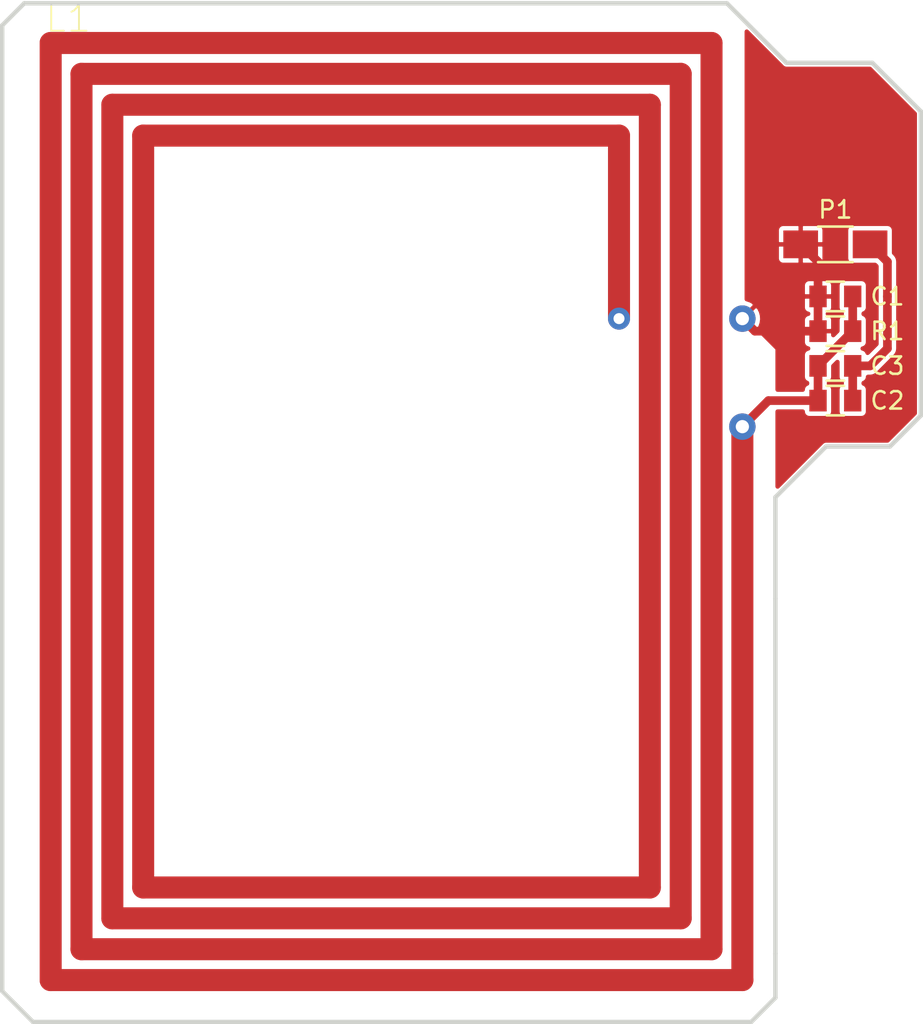
<source format=kicad_pcb>
(kicad_pcb (version 20160815) (host pcbnew no-vcs-found-undefined)

  (general
    (links 9)
    (no_connects 0)
    (area 108.838999 -88.011001 162.052001 -29.082999)
    (thickness 1.6)
    (drawings 18)
    (tracks 34)
    (zones 0)
    (modules 6)
    (nets 4)
  )

  (page A4)
  (layers
    (0 F.Cu signal)
    (31 B.Cu signal)
    (32 B.Adhes user)
    (33 F.Adhes user)
    (34 B.Paste user)
    (35 F.Paste user)
    (36 B.SilkS user)
    (37 F.SilkS user)
    (38 B.Mask user)
    (39 F.Mask user)
    (40 Dwgs.User user)
    (41 Cmts.User user)
    (42 Eco1.User user)
    (43 Eco2.User user)
    (44 Edge.Cuts user)
    (45 Margin user)
    (46 B.CrtYd user)
    (47 F.CrtYd user)
    (48 B.Fab user)
    (49 F.Fab user hide)
  )

  (setup
    (last_trace_width 0.5)
    (trace_clearance 0.254)
    (zone_clearance 0.09144)
    (zone_45_only no)
    (trace_min 0.5)
    (segment_width 0.2)
    (edge_width 0.2)
    (via_size 0.889)
    (via_drill 0.635)
    (via_min_size 0.889)
    (via_min_drill 0.508)
    (uvia_size 0.508)
    (uvia_drill 0.127)
    (uvias_allowed no)
    (uvia_min_size 0.508)
    (uvia_min_drill 0.127)
    (pcb_text_width 0.3)
    (pcb_text_size 1.5 1.5)
    (mod_edge_width 0.15)
    (mod_text_size 1 1)
    (mod_text_width 0.15)
    (pad_size 1.5 1.5)
    (pad_drill 0.6)
    (pad_to_mask_clearance 0)
    (aux_axis_origin 0 0)
    (visible_elements 7FFFFF7F)
    (pcbplotparams
      (layerselection 0x00030_ffffffff)
      (usegerberextensions false)
      (excludeedgelayer true)
      (linewidth 0.100000)
      (plotframeref false)
      (viasonmask false)
      (mode 1)
      (useauxorigin false)
      (hpglpennumber 1)
      (hpglpenspeed 20)
      (hpglpendiameter 15)
      (psnegative false)
      (psa4output false)
      (plotreference true)
      (plotvalue true)
      (plotinvisibletext false)
      (padsonsilk false)
      (subtractmaskfromsilk false)
      (outputformat 1)
      (mirror false)
      (drillshape 0)
      (scaleselection 1)
      (outputdirectory GerberOutput/))
  )

  (net 0 "")
  (net 1 "Net-(C1-Pad2)")
  (net 2 "Net-(C1-Pad1)")
  (net 3 "Net-(C2-Pad2)")

  (net_class Default "This is the default net class."
    (clearance 0.254)
    (trace_width 0.5)
    (via_dia 0.889)
    (via_drill 0.635)
    (uvia_dia 0.508)
    (uvia_drill 0.127)
    (diff_pair_gap 0.25)
    (diff_pair_width 0.51)
    (add_net "Net-(C1-Pad1)")
    (add_net "Net-(C1-Pad2)")
    (add_net "Net-(C2-Pad2)")
  )

  (module Capacitors_SMD:C_0805 (layer F.Cu) (tedit 58149314) (tstamp 58149250)
    (at 157 -71)
    (descr "Capacitor SMD 0805, reflow soldering, AVX (see smccp.pdf)")
    (tags "capacitor 0805")
    (path /58148DA9)
    (attr smd)
    (fp_text reference C1 (at 3 0) (layer F.SilkS)
      (effects (font (size 1 1) (thickness 0.15)))
    )
    (fp_text value 47p (at 0 2.1) (layer F.Fab)
      (effects (font (size 1 1) (thickness 0.15)))
    )
    (fp_line (start -0.5 0.85) (end 0.5 0.85) (layer F.SilkS) (width 0.15))
    (fp_line (start 0.5 -0.85) (end -0.5 -0.85) (layer F.SilkS) (width 0.15))
    (fp_line (start 1.8 -1) (end 1.8 1) (layer F.CrtYd) (width 0.05))
    (fp_line (start -1.8 -1) (end -1.8 1) (layer F.CrtYd) (width 0.05))
    (fp_line (start -1.8 1) (end 1.8 1) (layer F.CrtYd) (width 0.05))
    (fp_line (start -1.8 -1) (end 1.8 -1) (layer F.CrtYd) (width 0.05))
    (fp_line (start -1 -0.625) (end 1 -0.625) (layer F.Fab) (width 0.15))
    (fp_line (start 1 -0.625) (end 1 0.625) (layer F.Fab) (width 0.15))
    (fp_line (start 1 0.625) (end -1 0.625) (layer F.Fab) (width 0.15))
    (fp_line (start -1 0.625) (end -1 -0.625) (layer F.Fab) (width 0.15))
    (pad 2 smd rect (at 1 0) (size 1 1.25) (layers F.Cu F.Paste F.Mask)
      (net 1 "Net-(C1-Pad2)"))
    (pad 1 smd rect (at -1 0) (size 1 1.25) (layers F.Cu F.Paste F.Mask)
      (net 2 "Net-(C1-Pad1)"))
    (model Capacitors_SMD.3dshapes/C_0805.wrl
      (at (xyz 0 0 0))
      (scale (xyz 1 1 1))
      (rotate (xyz 0 0 0))
    )
  )

  (module Capacitors_SMD:C_1206_HandSoldering (layer F.Cu) (tedit 58149317) (tstamp 581491A8)
    (at 157 -74 180)
    (descr "Capacitor SMD 1206, hand soldering")
    (tags "capacitor 1206")
    (path /581495C2)
    (attr smd)
    (fp_text reference P1 (at 0 2 180) (layer F.SilkS)
      (effects (font (size 1 1) (thickness 0.15)))
    )
    (fp_text value Coax (at 0 2.3 180) (layer F.Fab)
      (effects (font (size 1 1) (thickness 0.15)))
    )
    (fp_line (start -1 1.025) (end 1 1.025) (layer F.SilkS) (width 0.15))
    (fp_line (start 1 -1.025) (end -1 -1.025) (layer F.SilkS) (width 0.15))
    (fp_line (start 3.3 -1.15) (end 3.3 1.15) (layer F.CrtYd) (width 0.05))
    (fp_line (start -3.3 -1.15) (end -3.3 1.15) (layer F.CrtYd) (width 0.05))
    (fp_line (start -3.3 1.15) (end 3.3 1.15) (layer F.CrtYd) (width 0.05))
    (fp_line (start -3.3 -1.15) (end 3.3 -1.15) (layer F.CrtYd) (width 0.05))
    (fp_line (start -1.6 -0.8) (end 1.6 -0.8) (layer F.Fab) (width 0.15))
    (fp_line (start 1.6 -0.8) (end 1.6 0.8) (layer F.Fab) (width 0.15))
    (fp_line (start 1.6 0.8) (end -1.6 0.8) (layer F.Fab) (width 0.15))
    (fp_line (start -1.6 0.8) (end -1.6 -0.8) (layer F.Fab) (width 0.15))
    (pad 2 smd rect (at 2 0 180) (size 2 1.6) (layers F.Cu F.Paste F.Mask)
      (net 2 "Net-(C1-Pad1)"))
    (pad 1 smd rect (at -2 0 180) (size 2 1.6) (layers F.Cu F.Paste F.Mask)
      (net 3 "Net-(C2-Pad2)"))
    (model Capacitors_SMD.3dshapes/C_1206_HandSoldering.wrl
      (at (xyz 0 0 0))
      (scale (xyz 1 1 1))
      (rotate (xyz 0 0 0))
    )
  )

  (module Capacitors_SMD:C_0805 (layer F.Cu) (tedit 58148DF6) (tstamp 58148E3E)
    (at 157 -69)
    (descr "Capacitor SMD 0805, reflow soldering, AVX (see smccp.pdf)")
    (tags "capacitor 0805")
    (path /58148ED4)
    (attr smd)
    (fp_text reference R1 (at 3 0) (layer F.SilkS)
      (effects (font (size 1 1) (thickness 0.15)))
    )
    (fp_text value 1k (at 0 2.1) (layer F.Fab)
      (effects (font (size 1 1) (thickness 0.15)))
    )
    (fp_line (start -0.5 0.85) (end 0.5 0.85) (layer F.SilkS) (width 0.15))
    (fp_line (start 0.5 -0.85) (end -0.5 -0.85) (layer F.SilkS) (width 0.15))
    (fp_line (start 1.8 -1) (end 1.8 1) (layer F.CrtYd) (width 0.05))
    (fp_line (start -1.8 -1) (end -1.8 1) (layer F.CrtYd) (width 0.05))
    (fp_line (start -1.8 1) (end 1.8 1) (layer F.CrtYd) (width 0.05))
    (fp_line (start -1.8 -1) (end 1.8 -1) (layer F.CrtYd) (width 0.05))
    (fp_line (start -1 -0.625) (end 1 -0.625) (layer F.Fab) (width 0.15))
    (fp_line (start 1 -0.625) (end 1 0.625) (layer F.Fab) (width 0.15))
    (fp_line (start 1 0.625) (end -1 0.625) (layer F.Fab) (width 0.15))
    (fp_line (start -1 0.625) (end -1 -0.625) (layer F.Fab) (width 0.15))
    (pad 2 smd rect (at 1 0) (size 1 1.25) (layers F.Cu F.Paste F.Mask)
      (net 1 "Net-(C1-Pad2)"))
    (pad 1 smd rect (at -1 0) (size 1 1.25) (layers F.Cu F.Paste F.Mask)
      (net 2 "Net-(C1-Pad1)"))
    (model Capacitors_SMD.3dshapes/C_0805.wrl
      (at (xyz 0 0 0))
      (scale (xyz 1 1 1))
      (rotate (xyz 0 0 0))
    )
  )

  (module Capacitors_SMD:C_0805 (layer F.Cu) (tedit 58148D98) (tstamp 58148B7F)
    (at 157 -67)
    (descr "Capacitor SMD 0805, reflow soldering, AVX (see smccp.pdf)")
    (tags "capacitor 0805")
    (path /581490E0)
    (attr smd)
    (fp_text reference C3 (at 3 0) (layer F.SilkS)
      (effects (font (size 1 1) (thickness 0.15)))
    )
    (fp_text value 10p (at 0 2.1) (layer F.Fab)
      (effects (font (size 1 1) (thickness 0.15)))
    )
    (fp_line (start -0.5 0.85) (end 0.5 0.85) (layer F.SilkS) (width 0.15))
    (fp_line (start 0.5 -0.85) (end -0.5 -0.85) (layer F.SilkS) (width 0.15))
    (fp_line (start 1.8 -1) (end 1.8 1) (layer F.CrtYd) (width 0.05))
    (fp_line (start -1.8 -1) (end -1.8 1) (layer F.CrtYd) (width 0.05))
    (fp_line (start -1.8 1) (end 1.8 1) (layer F.CrtYd) (width 0.05))
    (fp_line (start -1.8 -1) (end 1.8 -1) (layer F.CrtYd) (width 0.05))
    (fp_line (start -1 -0.625) (end 1 -0.625) (layer F.Fab) (width 0.15))
    (fp_line (start 1 -0.625) (end 1 0.625) (layer F.Fab) (width 0.15))
    (fp_line (start 1 0.625) (end -1 0.625) (layer F.Fab) (width 0.15))
    (fp_line (start -1 0.625) (end -1 -0.625) (layer F.Fab) (width 0.15))
    (pad 2 smd rect (at 1 0) (size 1 1.25) (layers F.Cu F.Paste F.Mask)
      (net 3 "Net-(C2-Pad2)"))
    (pad 1 smd rect (at -1 0) (size 1 1.25) (layers F.Cu F.Paste F.Mask)
      (net 1 "Net-(C1-Pad2)"))
    (model Capacitors_SMD.3dshapes/C_0805.wrl
      (at (xyz 0 0 0))
      (scale (xyz 1 1 1))
      (rotate (xyz 0 0 0))
    )
  )

  (module Capacitors_SMD:C_0805 (layer F.Cu) (tedit 58148D9E) (tstamp 58148B74)
    (at 157 -65)
    (descr "Capacitor SMD 0805, reflow soldering, AVX (see smccp.pdf)")
    (tags "capacitor 0805")
    (path /5814902D)
    (attr smd)
    (fp_text reference C2 (at 3 0) (layer F.SilkS)
      (effects (font (size 1 1) (thickness 0.15)))
    )
    (fp_text value 47p (at 0 2.1) (layer F.Fab)
      (effects (font (size 1 1) (thickness 0.15)))
    )
    (fp_line (start -1 0.625) (end -1 -0.625) (layer F.Fab) (width 0.15))
    (fp_line (start 1 0.625) (end -1 0.625) (layer F.Fab) (width 0.15))
    (fp_line (start 1 -0.625) (end 1 0.625) (layer F.Fab) (width 0.15))
    (fp_line (start -1 -0.625) (end 1 -0.625) (layer F.Fab) (width 0.15))
    (fp_line (start -1.8 -1) (end 1.8 -1) (layer F.CrtYd) (width 0.05))
    (fp_line (start -1.8 1) (end 1.8 1) (layer F.CrtYd) (width 0.05))
    (fp_line (start -1.8 -1) (end -1.8 1) (layer F.CrtYd) (width 0.05))
    (fp_line (start 1.8 -1) (end 1.8 1) (layer F.CrtYd) (width 0.05))
    (fp_line (start 0.5 -0.85) (end -0.5 -0.85) (layer F.SilkS) (width 0.15))
    (fp_line (start -0.5 0.85) (end 0.5 0.85) (layer F.SilkS) (width 0.15))
    (pad 1 smd rect (at -1 0) (size 1 1.25) (layers F.Cu F.Paste F.Mask)
      (net 1 "Net-(C1-Pad2)"))
    (pad 2 smd rect (at 1 0) (size 1 1.25) (layers F.Cu F.Paste F.Mask)
      (net 3 "Net-(C2-Pad2)"))
    (model Capacitors_SMD.3dshapes/C_0805.wrl
      (at (xyz 0 0 0))
      (scale (xyz 1 1 1))
      (rotate (xyz 0 0 0))
    )
  )

  (module "13.56 RFID ANTENNA" (layer F.Cu) (tedit 4289BEAB) (tstamp 539EEDBF)
    (at 111.76 -31.623)
    (path /58147EEB)
    (attr smd)
    (fp_text reference L1 (at 0 0) (layer F.SilkS) hide
      (effects (font (thickness 0.05)))
    )
    (fp_text value "13.56 MHz Antenna" (at 0 0) (layer F.SilkS) hide
      (effects (font (thickness 0.05)))
    )
    (pad 2 thru_hole circle (at 39.878 -38.1) (size 1.524 1.524) (drill 0.762) (layers *.Cu *.Paste *.Mask)
      (net 2 "Net-(C1-Pad1)"))
    (pad 1 thru_hole circle (at 39.878 -31.877) (size 1.524 1.524) (drill 0.762) (layers *.Cu *.Paste *.Mask)
      (net 1 "Net-(C1-Pad2)"))
  )

  (gr_line (start 108.966 -86.614) (end 110.236 -87.884) (layer Edge.Cuts) (width 0.254))
  (gr_line (start 108.966 -30.988) (end 108.966 -86.614) (layer Edge.Cuts) (width 0.254))
  (gr_line (start 108.966 -30.988) (end 110.744 -29.21) (layer Edge.Cuts) (width 0.254))
  (gr_line (start 110.744 -29.21) (end 152.146 -29.21) (layer Edge.Cuts) (width 0.254))
  (gr_line (start 152.146 -29.21) (end 153.543 -30.607) (layer Edge.Cuts) (width 0.254))
  (gr_line (start 153.543 -30.607) (end 153.543 -33.147) (layer Edge.Cuts) (width 0.254))
  (gr_line (start 153.543 -33.147) (end 153.543 -53.594) (layer Edge.Cuts) (width 0.254))
  (gr_line (start 153.543 -53.594) (end 153.543 -59.436) (layer Edge.Cuts) (width 0.254))
  (gr_line (start 153.543 -59.436) (end 156.464 -62.357) (layer Edge.Cuts) (width 0.254))
  (gr_line (start 156.464 -62.357) (end 160.147 -62.357) (layer Edge.Cuts) (width 0.254))
  (gr_line (start 160.147 -62.357) (end 161.925 -64.135) (layer Edge.Cuts) (width 0.254))
  (gr_line (start 161.925 -64.135) (end 161.925 -81.661) (layer Edge.Cuts) (width 0.254))
  (gr_line (start 159.131 -84.455) (end 161.925 -81.661) (layer Edge.Cuts) (width 0.254))
  (gr_line (start 154.178 -84.455) (end 159.131 -84.455) (layer Edge.Cuts) (width 0.254))
  (gr_line (start 152.654 -85.979) (end 154.178 -84.455) (layer Edge.Cuts) (width 0.254))
  (gr_line (start 150.749 -87.884) (end 152.654 -85.979) (layer Edge.Cuts) (width 0.254))
  (gr_line (start 110.236 -87.884) (end 150.749 -87.884) (layer Edge.Cuts) (width 0.254))
  (gr_text L1 (at 111.3663 -87.0077) (layer F.SilkS)
    (effects (font (thickness 0.1)) (justify left))
  )

  (segment (start 156 -65) (end 153.138 -65) (width 0.5) (layer F.Cu) (net 1))
  (segment (start 153.138 -65) (end 151.638 -63.5) (width 0.5) (layer F.Cu) (net 1) (tstamp 58148F7E))
  (segment (start 156 -67) (end 158 -69) (width 0.5) (layer F.Cu) (net 1))
  (segment (start 156 -65) (end 156 -67) (width 0.5) (layer F.Cu) (net 1))
  (via (at 144.526 -69.723) (size 1.27) (layers F.Cu B.Cu) (net 1))
  (segment (start 151.638 -31.623) (end 151.638 -63.373) (width 1.27) (layer F.Cu) (net 1))
  (segment (start 111.76 -31.623) (end 151.638 -31.623) (width 1.27) (layer F.Cu) (net 1))
  (segment (start 144.526 -69.85) (end 144.526 -80.264) (width 1.27) (layer F.Cu) (net 1))
  (segment (start 115.316 -35.179) (end 115.316 -82.042) (width 1.27) (layer F.Cu) (net 1))
  (segment (start 113.538 -83.82) (end 148.082 -83.82) (width 1.27) (layer F.Cu) (net 1))
  (segment (start 113.538 -33.401) (end 113.538 -83.82) (width 1.27) (layer F.Cu) (net 1))
  (segment (start 113.538 -33.401) (end 149.86 -33.401) (width 1.27) (layer F.Cu) (net 1))
  (segment (start 149.86 -33.401) (end 149.86 -85.598) (width 1.27) (layer F.Cu) (net 1))
  (segment (start 111.76 -85.598) (end 149.86 -85.598) (width 1.27) (layer F.Cu) (net 1))
  (segment (start 111.76 -31.623) (end 111.76 -85.598) (width 1.27) (layer F.Cu) (net 1))
  (segment (start 117.094 -36.957) (end 117.094 -80.264) (width 1.27) (layer F.Cu) (net 1))
  (segment (start 117.094 -80.264) (end 144.526 -80.264) (width 1.27) (layer F.Cu) (net 1))
  (segment (start 115.316 -82.042) (end 146.304 -82.042) (width 1.27) (layer F.Cu) (net 1))
  (segment (start 115.316 -35.179) (end 148.082 -35.179) (width 1.27) (layer F.Cu) (net 1))
  (segment (start 148.082 -35.179) (end 148.082 -83.82) (width 1.27) (layer F.Cu) (net 1))
  (segment (start 117.094 -36.957) (end 146.304 -36.957) (width 1.27) (layer F.Cu) (net 1))
  (segment (start 146.304 -36.957) (end 146.304 -82.042) (width 1.27) (layer F.Cu) (net 1))
  (segment (start 158 -69) (end 158 -71) (width 0.5) (layer F.Cu) (net 1))
  (segment (start 156 -69) (end 152.361 -69) (width 0.5) (layer F.Cu) (net 2) (status 400000))
  (segment (start 152.361 -69) (end 151.638 -69.723) (width 0.5) (layer F.Cu) (net 2) (tstamp 581492BB) (status 800000))
  (segment (start 156 -71) (end 156 -73) (width 0.5) (layer F.Cu) (net 2) (status 400000))
  (segment (start 156 -73) (end 155 -74) (width 0.5) (layer F.Cu) (net 2) (tstamp 581492B8) (status 800000))
  (segment (start 156 -69) (end 156 -71) (width 0.5) (layer F.Cu) (net 2))
  (segment (start 160 -71) (end 160 -73) (width 0.5) (layer F.Cu) (net 3))
  (segment (start 160 -73) (end 159 -74) (width 0.5) (layer F.Cu) (net 3) (tstamp 581492AD) (status 800000))
  (segment (start 158 -67) (end 159 -67) (width 0.5) (layer F.Cu) (net 3))
  (segment (start 160 -68) (end 160 -71) (width 0.5) (layer F.Cu) (net 3) (tstamp 5814928D))
  (segment (start 159 -67) (end 160 -68) (width 0.5) (layer F.Cu) (net 3) (tstamp 5814928C))
  (segment (start 158 -65) (end 158 -67) (width 0.5) (layer F.Cu) (net 3))

  (zone (net 2) (net_name "Net-(C1-Pad1)") (layer F.Cu) (tstamp 547BA6E6) (hatch edge 0.508)
    (priority 94)
    (connect_pads (clearance 0.09144))
    (min_thickness 0.253)
    (fill yes (mode segment) (arc_segments 32) (thermal_gap 0.254) (thermal_bridge_width 0.254))
    (polygon
      (pts
        (xy 151.765 -86.868) (xy 154.178 -84.455) (xy 159.131 -84.455) (xy 161.925 -81.661) (xy 161.925 -64.135)
        (xy 160.274 -62.484) (xy 160.274 -62.357) (xy 156.591 -62.357) (xy 153.797 -59.563) (xy 153.543 -59.563)
        (xy 153.543 -67.945) (xy 153.416 -68.072) (xy 151.765 -69.723) (xy 151.765 -71.12)
      )
    )
    (filled_polygon
      (pts
        (xy 152.410091 -85.73509) (xy 152.410097 -85.735085) (xy 153.93409 -84.211091) (xy 153.958712 -84.190866) (xy 153.98312 -84.170385)
        (xy 153.98471 -84.169511) (xy 153.986111 -84.16836) (xy 154.014198 -84.1533) (xy 154.042114 -84.137953) (xy 154.043842 -84.137405)
        (xy 154.04544 -84.136548) (xy 154.075931 -84.127226) (xy 154.106283 -84.117598) (xy 154.108083 -84.117396) (xy 154.10982 -84.116865)
        (xy 154.141567 -84.11364) (xy 154.173184 -84.110094) (xy 154.176727 -84.110069) (xy 154.176796 -84.110062) (xy 154.17686 -84.110068)
        (xy 154.178 -84.11006) (xy 158.988122 -84.11006) (xy 161.58006 -81.518121) (xy 161.58006 -64.277879) (xy 160.004122 -62.70194)
        (xy 156.464 -62.70194) (xy 156.432285 -62.69883) (xy 156.400548 -62.696054) (xy 156.398806 -62.695548) (xy 156.397001 -62.695371)
        (xy 156.366506 -62.686164) (xy 156.3359 -62.677272) (xy 156.334289 -62.676437) (xy 156.332554 -62.675913) (xy 156.304432 -62.66096)
        (xy 156.276132 -62.646291) (xy 156.274715 -62.64516) (xy 156.273113 -62.644308) (xy 156.248409 -62.624159) (xy 156.22352 -62.604291)
        (xy 156.220995 -62.601802) (xy 156.220943 -62.601759) (xy 156.220903 -62.601711) (xy 156.220091 -62.60091) (xy 153.6695 -60.050318)
        (xy 153.6695 -64.3695) (xy 155.118201 -64.3695) (xy 155.125006 -64.300409) (xy 155.146763 -64.228684) (xy 155.182095 -64.162583)
        (xy 155.229644 -64.104644) (xy 155.287583 -64.057095) (xy 155.353684 -64.021763) (xy 155.425409 -64.000006) (xy 155.5 -63.992659)
        (xy 156.5 -63.992659) (xy 156.574591 -64.000006) (xy 156.646316 -64.021763) (xy 156.712417 -64.057095) (xy 156.770356 -64.104644)
        (xy 156.817905 -64.162583) (xy 156.853237 -64.228684) (xy 156.874994 -64.300409) (xy 156.882341 -64.375) (xy 156.882341 -65.625)
        (xy 156.874994 -65.699591) (xy 156.853237 -65.771316) (xy 156.817905 -65.837417) (xy 156.770356 -65.895356) (xy 156.712417 -65.942905)
        (xy 156.646316 -65.978237) (xy 156.6305 -65.983035) (xy 156.6305 -66.016965) (xy 156.646316 -66.021763) (xy 156.712417 -66.057095)
        (xy 156.770356 -66.104644) (xy 156.817905 -66.162583) (xy 156.853237 -66.228684) (xy 156.874994 -66.300409) (xy 156.882341 -66.375)
        (xy 156.882341 -66.990679) (xy 157.117659 -67.225997) (xy 157.117659 -66.375) (xy 157.125006 -66.300409) (xy 157.146763 -66.228684)
        (xy 157.182095 -66.162583) (xy 157.229644 -66.104644) (xy 157.287583 -66.057095) (xy 157.353684 -66.021763) (xy 157.3695 -66.016965)
        (xy 157.3695 -65.983035) (xy 157.353684 -65.978237) (xy 157.287583 -65.942905) (xy 157.229644 -65.895356) (xy 157.182095 -65.837417)
        (xy 157.146763 -65.771316) (xy 157.125006 -65.699591) (xy 157.117659 -65.625) (xy 157.117659 -64.375) (xy 157.125006 -64.300409)
        (xy 157.146763 -64.228684) (xy 157.182095 -64.162583) (xy 157.229644 -64.104644) (xy 157.287583 -64.057095) (xy 157.353684 -64.021763)
        (xy 157.425409 -64.000006) (xy 157.5 -63.992659) (xy 158.5 -63.992659) (xy 158.574591 -64.000006) (xy 158.646316 -64.021763)
        (xy 158.712417 -64.057095) (xy 158.770356 -64.104644) (xy 158.817905 -64.162583) (xy 158.853237 -64.228684) (xy 158.874994 -64.300409)
        (xy 158.882341 -64.375) (xy 158.882341 -65.625) (xy 158.874994 -65.699591) (xy 158.853237 -65.771316) (xy 158.817905 -65.837417)
        (xy 158.770356 -65.895356) (xy 158.712417 -65.942905) (xy 158.646316 -65.978237) (xy 158.6305 -65.983035) (xy 158.6305 -66.016965)
        (xy 158.646316 -66.021763) (xy 158.712417 -66.057095) (xy 158.770356 -66.104644) (xy 158.817905 -66.162583) (xy 158.853237 -66.228684)
        (xy 158.874994 -66.300409) (xy 158.881799 -66.3695) (xy 159 -66.3695) (xy 159.057914 -66.375179) (xy 159.115981 -66.380259)
        (xy 159.119167 -66.381185) (xy 159.122465 -66.381508) (xy 159.178202 -66.398336) (xy 159.234148 -66.41459) (xy 159.237092 -66.416116)
        (xy 159.240265 -66.417074) (xy 159.291669 -66.444406) (xy 159.343395 -66.471218) (xy 159.345987 -66.473287) (xy 159.348913 -66.474843)
        (xy 159.394022 -66.511633) (xy 159.439563 -66.547988) (xy 159.44418 -66.552541) (xy 159.444272 -66.552616) (xy 159.444342 -66.552701)
        (xy 159.445831 -66.554169) (xy 160.445831 -67.554169) (xy 160.482795 -67.59917) (xy 160.520234 -67.643788) (xy 160.521832 -67.646694)
        (xy 160.523936 -67.649256) (xy 160.551455 -67.700579) (xy 160.579515 -67.75162) (xy 160.580518 -67.754781) (xy 160.582084 -67.757702)
        (xy 160.599113 -67.8134) (xy 160.616722 -67.868912) (xy 160.617091 -67.872206) (xy 160.618061 -67.875377) (xy 160.623944 -67.933292)
        (xy 160.630439 -67.991197) (xy 160.630484 -67.997681) (xy 160.630496 -67.9978) (xy 160.630486 -67.997911) (xy 160.6305 -68)
        (xy 160.6305 -73) (xy 160.624821 -73.057918) (xy 160.619741 -73.115981) (xy 160.618815 -73.119167) (xy 160.618492 -73.122465)
        (xy 160.60166 -73.178216) (xy 160.58541 -73.234147) (xy 160.583885 -73.23709) (xy 160.582926 -73.240265) (xy 160.555584 -73.291687)
        (xy 160.528782 -73.343395) (xy 160.526713 -73.345987) (xy 160.525157 -73.348913) (xy 160.488392 -73.393992) (xy 160.452013 -73.439563)
        (xy 160.447458 -73.444182) (xy 160.447384 -73.444272) (xy 160.4473 -73.444341) (xy 160.445831 -73.445831) (xy 160.382341 -73.509321)
        (xy 160.382341 -74.8) (xy 160.374994 -74.874591) (xy 160.353237 -74.946316) (xy 160.317905 -75.012417) (xy 160.270356 -75.070356)
        (xy 160.212417 -75.117905) (xy 160.146316 -75.153237) (xy 160.074591 -75.174994) (xy 160 -75.182341) (xy 158 -75.182341)
        (xy 157.925409 -75.174994) (xy 157.853684 -75.153237) (xy 157.787583 -75.117905) (xy 157.729644 -75.070356) (xy 157.682095 -75.012417)
        (xy 157.646763 -74.946316) (xy 157.625006 -74.874591) (xy 157.617659 -74.8) (xy 157.617659 -73.2) (xy 157.625006 -73.125409)
        (xy 157.646763 -73.053684) (xy 157.682095 -72.987583) (xy 157.729644 -72.929644) (xy 157.787583 -72.882095) (xy 157.853684 -72.846763)
        (xy 157.925409 -72.825006) (xy 158 -72.817659) (xy 159.290679 -72.817659) (xy 159.3695 -72.738838) (xy 159.3695 -68.261162)
        (xy 158.859385 -67.751047) (xy 158.853237 -67.771316) (xy 158.817905 -67.837417) (xy 158.770356 -67.895356) (xy 158.712417 -67.942905)
        (xy 158.646316 -67.978237) (xy 158.574591 -67.999994) (xy 158.57453 -68) (xy 158.574591 -68.000006) (xy 158.646316 -68.021763)
        (xy 158.712417 -68.057095) (xy 158.770356 -68.104644) (xy 158.817905 -68.162583) (xy 158.853237 -68.228684) (xy 158.874994 -68.300409)
        (xy 158.882341 -68.375) (xy 158.882341 -69.625) (xy 158.874994 -69.699591) (xy 158.853237 -69.771316) (xy 158.817905 -69.837417)
        (xy 158.770356 -69.895356) (xy 158.712417 -69.942905) (xy 158.646316 -69.978237) (xy 158.6305 -69.983035) (xy 158.6305 -70.016965)
        (xy 158.646316 -70.021763) (xy 158.712417 -70.057095) (xy 158.770356 -70.104644) (xy 158.817905 -70.162583) (xy 158.853237 -70.228684)
        (xy 158.874994 -70.300409) (xy 158.882341 -70.375) (xy 158.882341 -71.625) (xy 158.874994 -71.699591) (xy 158.853237 -71.771316)
        (xy 158.817905 -71.837417) (xy 158.770356 -71.895356) (xy 158.712417 -71.942905) (xy 158.646316 -71.978237) (xy 158.574591 -71.999994)
        (xy 158.5 -72.007341) (xy 157.5 -72.007341) (xy 157.425409 -71.999994) (xy 157.353684 -71.978237) (xy 157.287583 -71.942905)
        (xy 157.229644 -71.895356) (xy 157.182095 -71.837417) (xy 157.146763 -71.771316) (xy 157.125006 -71.699591) (xy 157.117659 -71.625)
        (xy 157.117659 -70.375) (xy 157.125006 -70.300409) (xy 157.146763 -70.228684) (xy 157.182095 -70.162583) (xy 157.229644 -70.104644)
        (xy 157.287583 -70.057095) (xy 157.353684 -70.021763) (xy 157.3695 -70.016965) (xy 157.3695 -69.983035) (xy 157.353684 -69.978237)
        (xy 157.287583 -69.942905) (xy 157.229644 -69.895356) (xy 157.182095 -69.837417) (xy 157.146763 -69.771316) (xy 157.125006 -69.699591)
        (xy 157.117659 -69.625) (xy 157.117659 -69.009321) (xy 156.8805 -68.772162) (xy 156.8805 -68.904375) (xy 156.785375 -68.9995)
        (xy 156.0005 -68.9995) (xy 156.0005 -68.9795) (xy 155.9995 -68.9795) (xy 155.9995 -68.9995) (xy 155.214625 -68.9995)
        (xy 155.1195 -68.904375) (xy 155.1195 -68.337524) (xy 155.134122 -68.264012) (xy 155.162805 -68.194766) (xy 155.204446 -68.132445)
        (xy 155.257445 -68.079446) (xy 155.319766 -68.037805) (xy 155.389012 -68.009122) (xy 155.431759 -68.000619) (xy 155.425409 -67.999994)
        (xy 155.353684 -67.978237) (xy 155.287583 -67.942905) (xy 155.229644 -67.895356) (xy 155.182095 -67.837417) (xy 155.146763 -67.771316)
        (xy 155.125006 -67.699591) (xy 155.117659 -67.625) (xy 155.117659 -66.375) (xy 155.125006 -66.300409) (xy 155.146763 -66.228684)
        (xy 155.182095 -66.162583) (xy 155.229644 -66.104644) (xy 155.287583 -66.057095) (xy 155.353684 -66.021763) (xy 155.3695 -66.016965)
        (xy 155.3695 -65.983035) (xy 155.353684 -65.978237) (xy 155.287583 -65.942905) (xy 155.229644 -65.895356) (xy 155.182095 -65.837417)
        (xy 155.146763 -65.771316) (xy 155.125006 -65.699591) (xy 155.118201 -65.6305) (xy 153.6695 -65.6305) (xy 153.6695 -67.945)
        (xy 153.667069 -67.969679) (xy 153.659871 -67.993409) (xy 153.648181 -68.01528) (xy 153.632449 -68.034449) (xy 152.585983 -69.080915)
        (xy 152.680783 -69.242821) (xy 152.754425 -69.455484) (xy 152.785163 -69.678428) (xy 152.771816 -69.903085) (xy 152.714897 -70.12082)
        (xy 152.616595 -70.323269) (xy 152.567068 -70.39739) (xy 152.382868 -70.467161) (xy 151.8915 -69.975793) (xy 151.8915 -69.977207)
        (xy 152.382161 -70.467868) (xy 152.31239 -70.652068) (xy 152.118179 -70.765783) (xy 151.905516 -70.839425) (xy 151.8915 -70.841357)
        (xy 151.8915 -70.904375) (xy 155.1195 -70.904375) (xy 155.1195 -70.337524) (xy 155.134122 -70.264012) (xy 155.162805 -70.194766)
        (xy 155.204446 -70.132445) (xy 155.257445 -70.079446) (xy 155.319766 -70.037805) (xy 155.389012 -70.009122) (xy 155.434873 -70)
        (xy 155.389012 -69.990878) (xy 155.319766 -69.962195) (xy 155.257445 -69.920554) (xy 155.204446 -69.867555) (xy 155.162805 -69.805234)
        (xy 155.134122 -69.735988) (xy 155.1195 -69.662476) (xy 155.1195 -69.095625) (xy 155.214625 -69.0005) (xy 155.9995 -69.0005)
        (xy 155.9995 -69.910375) (xy 155.909875 -70) (xy 155.9995 -70.089625) (xy 155.9995 -70.9995) (xy 156.0005 -70.9995)
        (xy 156.0005 -70.089625) (xy 156.090125 -70) (xy 156.0005 -69.910375) (xy 156.0005 -69.0005) (xy 156.785375 -69.0005)
        (xy 156.8805 -69.095625) (xy 156.8805 -69.662476) (xy 156.865878 -69.735988) (xy 156.837195 -69.805234) (xy 156.795554 -69.867555)
        (xy 156.742555 -69.920554) (xy 156.680234 -69.962195) (xy 156.610988 -69.990878) (xy 156.565127 -70) (xy 156.610988 -70.009122)
        (xy 156.680234 -70.037805) (xy 156.742555 -70.079446) (xy 156.795554 -70.132445) (xy 156.837195 -70.194766) (xy 156.865878 -70.264012)
        (xy 156.8805 -70.337524) (xy 156.8805 -70.904375) (xy 156.785375 -70.9995) (xy 156.0005 -70.9995) (xy 155.9995 -70.9995)
        (xy 155.214625 -70.9995) (xy 155.1195 -70.904375) (xy 151.8915 -70.904375) (xy 151.8915 -71.662476) (xy 155.1195 -71.662476)
        (xy 155.1195 -71.095625) (xy 155.214625 -71.0005) (xy 155.9995 -71.0005) (xy 155.9995 -71.910375) (xy 156.0005 -71.910375)
        (xy 156.0005 -71.0005) (xy 156.785375 -71.0005) (xy 156.8805 -71.095625) (xy 156.8805 -71.662476) (xy 156.865878 -71.735988)
        (xy 156.837195 -71.805234) (xy 156.795554 -71.867555) (xy 156.742555 -71.920554) (xy 156.680234 -71.962195) (xy 156.610988 -71.990878)
        (xy 156.537476 -72.0055) (xy 156.095625 -72.0055) (xy 156.0005 -71.910375) (xy 155.9995 -71.910375) (xy 155.904375 -72.0055)
        (xy 155.462524 -72.0055) (xy 155.389012 -71.990878) (xy 155.319766 -71.962195) (xy 155.257445 -71.920554) (xy 155.204446 -71.867555)
        (xy 155.162805 -71.805234) (xy 155.134122 -71.735988) (xy 155.1195 -71.662476) (xy 151.8915 -71.662476) (xy 151.8915 -73.904375)
        (xy 153.6195 -73.904375) (xy 153.6195 -73.162524) (xy 153.634122 -73.089012) (xy 153.662805 -73.019766) (xy 153.704446 -72.957445)
        (xy 153.757445 -72.904446) (xy 153.819766 -72.862805) (xy 153.889012 -72.834122) (xy 153.962524 -72.8195) (xy 154.904375 -72.8195)
        (xy 154.9995 -72.914625) (xy 154.9995 -73.9995) (xy 155.0005 -73.9995) (xy 155.0005 -72.914625) (xy 155.095625 -72.8195)
        (xy 156.037476 -72.8195) (xy 156.110988 -72.834122) (xy 156.180234 -72.862805) (xy 156.242555 -72.904446) (xy 156.295554 -72.957445)
        (xy 156.337195 -73.019766) (xy 156.365878 -73.089012) (xy 156.3805 -73.162524) (xy 156.3805 -73.904375) (xy 156.285375 -73.9995)
        (xy 155.0005 -73.9995) (xy 154.9995 -73.9995) (xy 153.714625 -73.9995) (xy 153.6195 -73.904375) (xy 151.8915 -73.904375)
        (xy 151.8915 -74.837476) (xy 153.6195 -74.837476) (xy 153.6195 -74.095625) (xy 153.714625 -74.0005) (xy 154.9995 -74.0005)
        (xy 154.9995 -75.085375) (xy 155.0005 -75.085375) (xy 155.0005 -74.0005) (xy 156.285375 -74.0005) (xy 156.3805 -74.095625)
        (xy 156.3805 -74.837476) (xy 156.365878 -74.910988) (xy 156.337195 -74.980234) (xy 156.295554 -75.042555) (xy 156.242555 -75.095554)
        (xy 156.180234 -75.137195) (xy 156.110988 -75.165878) (xy 156.037476 -75.1805) (xy 155.095625 -75.1805) (xy 155.0005 -75.085375)
        (xy 154.9995 -75.085375) (xy 154.904375 -75.1805) (xy 153.962524 -75.1805) (xy 153.889012 -75.165878) (xy 153.819766 -75.137195)
        (xy 153.757445 -75.095554) (xy 153.704446 -75.042555) (xy 153.662805 -74.980234) (xy 153.634122 -74.910988) (xy 153.6195 -74.837476)
        (xy 151.8915 -74.837476) (xy 151.8915 -86.253681)
      )
    )
    (fill_segments
      (pts (xy 151.8915 -86.253681) (xy 151.8915 -86.253681))
      (pts (xy 151.8915 -86.013331) (xy 152.13185 -86.013331))
      (pts (xy 151.8915 -85.772981) (xy 152.3722 -85.772981))
      (pts (xy 151.8915 -85.532631) (xy 152.61255 -85.532631))
      (pts (xy 151.8915 -85.292281) (xy 152.8529 -85.292281))
      (pts (xy 151.8915 -85.051931) (xy 153.09325 -85.051931))
      (pts (xy 151.8915 -84.811581) (xy 153.3336 -84.811581))
      (pts (xy 151.8915 -84.571231) (xy 153.57395 -84.571231))
      (pts (xy 151.8915 -84.330881) (xy 153.8143 -84.330881))
      (pts (xy 151.8915 -84.090531) (xy 159.00765 -84.090531))
      (pts (xy 151.8915 -83.850181) (xy 159.248 -83.850181))
      (pts (xy 151.8915 -83.609831) (xy 159.48835 -83.609831))
      (pts (xy 151.8915 -83.369481) (xy 159.7287 -83.369481))
      (pts (xy 151.8915 -83.129131) (xy 159.96905 -83.129131))
      (pts (xy 151.8915 -82.888781) (xy 160.2094 -82.888781))
      (pts (xy 151.8915 -82.648431) (xy 160.44975 -82.648431))
      (pts (xy 151.8915 -82.408081) (xy 160.6901 -82.408081))
      (pts (xy 151.8915 -82.167731) (xy 160.93045 -82.167731))
      (pts (xy 151.8915 -81.927381) (xy 161.1708 -81.927381))
      (pts (xy 151.8915 -81.687031) (xy 161.41115 -81.687031))
      (pts (xy 151.8915 -81.446681) (xy 161.58006 -81.446681))
      (pts (xy 151.8915 -81.206331) (xy 161.58006 -81.206331))
      (pts (xy 151.8915 -80.965981) (xy 161.58006 -80.965981))
      (pts (xy 151.8915 -80.725631) (xy 161.58006 -80.725631))
      (pts (xy 151.8915 -80.485281) (xy 161.58006 -80.485281))
      (pts (xy 151.8915 -80.244931) (xy 161.58006 -80.244931))
      (pts (xy 151.8915 -80.004581) (xy 161.58006 -80.004581))
      (pts (xy 151.8915 -79.764231) (xy 161.58006 -79.764231))
      (pts (xy 151.8915 -79.523881) (xy 161.58006 -79.523881))
      (pts (xy 151.8915 -79.283531) (xy 161.58006 -79.283531))
      (pts (xy 151.8915 -79.043181) (xy 161.58006 -79.043181))
      (pts (xy 151.8915 -78.802831) (xy 161.58006 -78.802831))
      (pts (xy 151.8915 -78.562481) (xy 161.58006 -78.562481))
      (pts (xy 151.8915 -78.322131) (xy 161.58006 -78.322131))
      (pts (xy 151.8915 -78.081781) (xy 161.58006 -78.081781))
      (pts (xy 151.8915 -77.841431) (xy 161.58006 -77.841431))
      (pts (xy 151.8915 -77.601081) (xy 161.58006 -77.601081))
      (pts (xy 151.8915 -77.360731) (xy 161.58006 -77.360731))
      (pts (xy 151.8915 -77.120381) (xy 161.58006 -77.120381))
      (pts (xy 151.8915 -76.880031) (xy 161.58006 -76.880031))
      (pts (xy 151.8915 -76.639681) (xy 161.58006 -76.639681))
      (pts (xy 151.8915 -76.399331) (xy 161.58006 -76.399331))
      (pts (xy 151.8915 -76.158981) (xy 161.58006 -76.158981))
      (pts (xy 151.8915 -75.918631) (xy 161.58006 -75.918631))
      (pts (xy 151.8915 -75.678281) (xy 161.58006 -75.678281))
      (pts (xy 151.8915 -75.437931) (xy 161.58006 -75.437931))
      (pts (xy 151.8915 -75.197581) (xy 161.58006 -75.197581))
      (pts (xy 151.8915 -74.957231) (xy 153.653277 -74.957231))
      (pts (xy 154.9995 -74.957231) (xy 155.0005 -74.957231))
      (pts (xy 156.346724 -74.957231) (xy 157.652598 -74.957231))
      (pts (xy 160.347403 -74.957231) (xy 161.58006 -74.957231))
      (pts (xy 151.8915 -74.716881) (xy 153.6195 -74.716881))
      (pts (xy 154.9995 -74.716881) (xy 155.0005 -74.716881))
      (pts (xy 156.3805 -74.716881) (xy 157.617659 -74.716881))
      (pts (xy 160.382341 -74.716881) (xy 161.58006 -74.716881))
      (pts (xy 151.8915 -74.476531) (xy 153.6195 -74.476531))
      (pts (xy 154.9995 -74.476531) (xy 155.0005 -74.476531))
      (pts (xy 156.3805 -74.476531) (xy 157.617659 -74.476531))
      (pts (xy 160.382341 -74.476531) (xy 161.58006 -74.476531))
      (pts (xy 151.8915 -74.236181) (xy 153.6195 -74.236181))
      (pts (xy 154.9995 -74.236181) (xy 155.0005 -74.236181))
      (pts (xy 156.3805 -74.236181) (xy 157.617659 -74.236181))
      (pts (xy 160.382341 -74.236181) (xy 161.58006 -74.236181))
      (pts (xy 151.8915 -73.995831) (xy 153.710956 -73.995831))
      (pts (xy 154.9995 -73.995831) (xy 155.0005 -73.995831))
      (pts (xy 156.289044 -73.995831) (xy 157.617659 -73.995831))
      (pts (xy 160.382341 -73.995831) (xy 161.58006 -73.995831))
      (pts (xy 151.8915 -73.755481) (xy 153.6195 -73.755481))
      (pts (xy 154.9995 -73.755481) (xy 155.0005 -73.755481))
      (pts (xy 156.3805 -73.755481) (xy 157.617659 -73.755481))
      (pts (xy 160.382341 -73.755481) (xy 161.58006 -73.755481))
      (pts (xy 151.8915 -73.515131) (xy 153.6195 -73.515131))
      (pts (xy 154.9995 -73.515131) (xy 155.0005 -73.515131))
      (pts (xy 156.3805 -73.515131) (xy 157.617659 -73.515131))
      (pts (xy 160.382341 -73.515131) (xy 161.58006 -73.515131))
      (pts (xy 151.8915 -73.274781) (xy 153.6195 -73.274781))
      (pts (xy 154.9995 -73.274781) (xy 155.0005 -73.274781))
      (pts (xy 156.3805 -73.274781) (xy 157.617659 -73.274781))
      (pts (xy 160.564574 -73.274781) (xy 161.58006 -73.274781))
      (pts (xy 151.8915 -73.034431) (xy 153.65673 -73.034431))
      (pts (xy 154.9995 -73.034431) (xy 155.0005 -73.034431))
      (pts (xy 156.343269 -73.034431) (xy 157.657054 -73.034431))
      (pts (xy 160.627124 -73.034431) (xy 161.58006 -73.034431))
      (pts (xy 151.8915 -72.794081) (xy 159.314257 -72.794081))
      (pts (xy 160.6305 -72.794081) (xy 161.58006 -72.794081))
      (pts (xy 151.8915 -72.553731) (xy 159.3695 -72.553731))
      (pts (xy 160.6305 -72.553731) (xy 161.58006 -72.553731))
      (pts (xy 151.8915 -72.313381) (xy 159.3695 -72.313381))
      (pts (xy 160.6305 -72.313381) (xy 161.58006 -72.313381))
      (pts (xy 151.8915 -72.073031) (xy 159.3695 -72.073031))
      (pts (xy 160.6305 -72.073031) (xy 161.58006 -72.073031))
      (pts (xy 151.8915 -71.832681) (xy 155.181145 -71.832681))
      (pts (xy 155.9995 -71.832681) (xy 156.0005 -71.832681))
      (pts (xy 156.818856 -71.832681) (xy 157.179564 -71.832681))
      (pts (xy 158.820437 -71.832681) (xy 159.3695 -71.832681))
      (pts (xy 160.6305 -71.832681) (xy 161.58006 -71.832681))
      (pts (xy 151.8915 -71.592331) (xy 155.1195 -71.592331))
      (pts (xy 155.9995 -71.592331) (xy 156.0005 -71.592331))
      (pts (xy 156.8805 -71.592331) (xy 157.117659 -71.592331))
      (pts (xy 158.882341 -71.592331) (xy 159.3695 -71.592331))
      (pts (xy 160.6305 -71.592331) (xy 161.58006 -71.592331))
      (pts (xy 151.8915 -71.351981) (xy 155.1195 -71.351981))
      (pts (xy 155.9995 -71.351981) (xy 156.0005 -71.351981))
      (pts (xy 156.8805 -71.351981) (xy 157.117659 -71.351981))
      (pts (xy 158.882341 -71.351981) (xy 159.3695 -71.351981))
      (pts (xy 160.6305 -71.351981) (xy 161.58006 -71.351981))
      (pts (xy 151.8915 -71.111631) (xy 155.1195 -71.111631))
      (pts (xy 155.9995 -71.111631) (xy 156.0005 -71.111631))
      (pts (xy 156.8805 -71.111631) (xy 157.117659 -71.111631))
      (pts (xy 158.882341 -71.111631) (xy 159.3695 -71.111631))
      (pts (xy 160.6305 -71.111631) (xy 161.58006 -71.111631))
      (pts (xy 151.8915 -70.871281) (xy 155.1195 -70.871281))
      (pts (xy 155.9995 -70.871281) (xy 156.0005 -70.871281))
      (pts (xy 156.8805 -70.871281) (xy 157.117659 -70.871281))
      (pts (xy 158.882341 -70.871281) (xy 159.3695 -70.871281))
      (pts (xy 160.6305 -70.871281) (xy 161.58006 -70.871281))
      (pts (xy 152.320397 -70.630931) (xy 155.1195 -70.630931))
      (pts (xy 155.9995 -70.630931) (xy 156.0005 -70.630931))
      (pts (xy 156.8805 -70.630931) (xy 157.117659 -70.630931))
      (pts (xy 158.882341 -70.630931) (xy 159.3695 -70.630931))
      (pts (xy 160.6305 -70.630931) (xy 161.58006 -70.630931))
      (pts (xy 152.304874 -70.390581) (xy 152.306288 -70.390581))
      (pts (xy 152.571618 -70.390581) (xy 155.1195 -70.390581))
      (pts (xy 155.9995 -70.390581) (xy 156.0005 -70.390581))
      (pts (xy 156.8805 -70.390581) (xy 157.117659 -70.390581))
      (pts (xy 158.882341 -70.390581) (xy 159.3695 -70.390581))
      (pts (xy 160.6305 -70.390581) (xy 161.58006 -70.390581))
      (pts (xy 152.064524 -70.150231) (xy 152.065938 -70.150231))
      (pts (xy 152.700617 -70.150231) (xy 155.192561 -70.150231))
      (pts (xy 155.9995 -70.150231) (xy 156.0005 -70.150231))
      (pts (xy 156.807438 -70.150231) (xy 157.192231 -70.150231))
      (pts (xy 158.807768 -70.150231) (xy 159.3695 -70.150231))
      (pts (xy 160.6305 -70.150231) (xy 161.58006 -70.150231))
      (pts (xy 152.77004 -69.909881) (xy 155.246772 -69.909881))
      (pts (xy 155.9995 -69.909881) (xy 156.0005 -69.909881))
      (pts (xy 156.753228 -69.909881) (xy 157.247343 -69.909881))
      (pts (xy 158.752658 -69.909881) (xy 159.3695 -69.909881))
      (pts (xy 160.6305 -69.909881) (xy 161.58006 -69.909881))
      (pts (xy 152.783936 -69.669531) (xy 155.120904 -69.669531))
      (pts (xy 155.9995 -69.669531) (xy 156.0005 -69.669531))
      (pts (xy 156.879097 -69.669531) (xy 157.122046 -69.669531))
      (pts (xy 158.877955 -69.669531) (xy 159.3695 -69.669531))
      (pts (xy 160.6305 -69.669531) (xy 161.58006 -69.669531))
      (pts (xy 152.745316 -69.429181) (xy 155.1195 -69.429181))
      (pts (xy 155.9995 -69.429181) (xy 156.0005 -69.429181))
      (pts (xy 156.8805 -69.429181) (xy 157.117659 -69.429181))
      (pts (xy 158.882341 -69.429181) (xy 159.3695 -69.429181))
      (pts (xy 160.6305 -69.429181) (xy 161.58006 -69.429181))
      (pts (xy 152.64917 -69.188831) (xy 155.1195 -69.188831))
      (pts (xy 155.9995 -69.188831) (xy 156.0005 -69.188831))
      (pts (xy 156.8805 -69.188831) (xy 157.117659 -69.188831))
      (pts (xy 158.882341 -69.188831) (xy 159.3695 -69.188831))
      (pts (xy 160.6305 -69.188831) (xy 161.58006 -69.188831))
      (pts (xy 152.718417 -68.948481) (xy 155.163606 -68.948481))
      (pts (xy 156.836394 -68.948481) (xy 157.056819 -68.948481))
      (pts (xy 158.882341 -68.948481) (xy 159.3695 -68.948481))
      (pts (xy 160.6305 -68.948481) (xy 161.58006 -68.948481))
      (pts (xy 152.958767 -68.708131) (xy 155.1195 -68.708131))
      (pts (xy 158.882341 -68.708131) (xy 159.3695 -68.708131))
      (pts (xy 160.6305 -68.708131) (xy 161.58006 -68.708131))
      (pts (xy 153.199117 -68.467781) (xy 155.1195 -68.467781))
      (pts (xy 158.882341 -68.467781) (xy 159.3695 -68.467781))
      (pts (xy 160.6305 -68.467781) (xy 161.58006 -68.467781))
      (pts (xy 153.439467 -68.227431) (xy 155.149274 -68.227431))
      (pts (xy 158.852567 -68.227431) (xy 159.335769 -68.227431))
      (pts (xy 160.6305 -68.227431) (xy 161.58006 -68.227431))
      (pts (xy 153.661791 -67.987081) (xy 155.38284 -67.987081))
      (pts (xy 158.617161 -67.987081) (xy 159.095419 -67.987081))
      (pts (xy 160.629977 -67.987081) (xy 161.58006 -67.987081))
      (pts (xy 153.6695 -67.746731) (xy 155.139306 -67.746731))
      (pts (xy 160.576827 -67.746731) (xy 161.58006 -67.746731))
      (pts (xy 153.6695 -67.506381) (xy 155.117659 -67.506381))
      (pts (xy 160.398043 -67.506381) (xy 161.58006 -67.506381))
      (pts (xy 153.6695 -67.266031) (xy 155.117659 -67.266031))
      (pts (xy 160.157693 -67.266031) (xy 161.58006 -67.266031))
      (pts (xy 153.6695 -67.025681) (xy 155.117659 -67.025681))
      (pts (xy 156.917343 -67.025681) (xy 157.117659 -67.025681))
      (pts (xy 159.917343 -67.025681) (xy 161.58006 -67.025681))
      (pts (xy 153.6695 -66.785331) (xy 155.117659 -66.785331))
      (pts (xy 156.882341 -66.785331) (xy 157.117659 -66.785331))
      (pts (xy 159.676993 -66.785331) (xy 161.58006 -66.785331))
      (pts (xy 153.6695 -66.544981) (xy 155.117659 -66.544981))
      (pts (xy 156.882341 -66.544981) (xy 157.117659 -66.544981))
      (pts (xy 159.435796 -66.544981) (xy 161.58006 -66.544981))
      (pts (xy 153.6695 -66.304631) (xy 155.12459 -66.304631))
      (pts (xy 156.875409 -66.304631) (xy 157.12459 -66.304631))
      (pts (xy 158.875409 -66.304631) (xy 161.58006 -66.304631))
      (pts (xy 153.6695 -66.064281) (xy 155.278826 -66.064281))
      (pts (xy 156.721173 -66.064281) (xy 157.278826 -66.064281))
      (pts (xy 158.721173 -66.064281) (xy 161.58006 -66.064281))
      (pts (xy 153.6695 -65.823931) (xy 155.174887 -65.823931))
      (pts (xy 156.825114 -65.823931) (xy 157.174887 -65.823931))
      (pts (xy 158.825114 -65.823931) (xy 161.58006 -65.823931))
      (pts (xy 156.882341 -65.583581) (xy 157.117659 -65.583581))
      (pts (xy 158.882341 -65.583581) (xy 161.58006 -65.583581))
      (pts (xy 156.882341 -65.343231) (xy 157.117659 -65.343231))
      (pts (xy 158.882341 -65.343231) (xy 161.58006 -65.343231))
      (pts (xy 156.882341 -65.102881) (xy 157.117659 -65.102881))
      (pts (xy 158.882341 -65.102881) (xy 161.58006 -65.102881))
      (pts (xy 156.882341 -64.862531) (xy 157.117659 -64.862531))
      (pts (xy 158.882341 -64.862531) (xy 161.58006 -64.862531))
      (pts (xy 156.882341 -64.622181) (xy 157.117659 -64.622181))
      (pts (xy 158.882341 -64.622181) (xy 161.58006 -64.622181))
      (pts (xy 156.882341 -64.381831) (xy 157.117659 -64.381831))
      (pts (xy 158.882341 -64.381831) (xy 161.58006 -64.381831))
      (pts (xy 153.6695 -64.141481) (xy 155.199412 -64.141481))
      (pts (xy 156.800587 -64.141481) (xy 157.199412 -64.141481))
      (pts (xy 158.800587 -64.141481) (xy 161.443663 -64.141481))
      (pts (xy 153.6695 -63.901131) (xy 161.203313 -63.901131))
      (pts (xy 153.6695 -63.660781) (xy 160.962963 -63.660781))
      (pts (xy 153.6695 -63.420431) (xy 160.722613 -63.420431))
      (pts (xy 153.6695 -63.180081) (xy 160.482263 -63.180081))
      (pts (xy 153.6695 -62.939731) (xy 160.241913 -62.939731))
      (pts (xy 153.6695 -62.699381) (xy 156.437904 -62.699381))
      (pts (xy 153.6695 -62.459031) (xy 156.078213 -62.459031))
      (pts (xy 153.6695 -62.218681) (xy 155.837863 -62.218681))
      (pts (xy 153.6695 -61.978331) (xy 155.597513 -61.978331))
      (pts (xy 153.6695 -61.737981) (xy 155.357163 -61.737981))
      (pts (xy 153.6695 -61.497631) (xy 155.116813 -61.497631))
      (pts (xy 153.6695 -61.257281) (xy 154.876463 -61.257281))
      (pts (xy 153.6695 -61.016931) (xy 154.636113 -61.016931))
      (pts (xy 153.6695 -60.776581) (xy 154.395763 -60.776581))
      (pts (xy 153.6695 -60.536231) (xy 154.155413 -60.536231))
      (pts (xy 153.6695 -60.295881) (xy 153.915063 -60.295881))
      (pts (xy 153.6695 -60.055531) (xy 153.674713 -60.055531))
      (pts (xy 161.58006 -81.518121) (xy 161.58006 -64.277879))
      (pts (xy 161.33971 -81.758472) (xy 161.33971 -64.037529))
      (pts (xy 161.09936 -81.998822) (xy 161.09936 -63.797179))
      (pts (xy 160.85901 -82.239172) (xy 160.85901 -63.556829))
      (pts (xy 160.61866 -82.479522) (xy 160.61866 -73.120749))
      (pts (xy 160.61866 -67.881273) (xy 160.61866 -63.316479))
      (pts (xy 160.37831 -82.719872) (xy 160.37831 -74.840925))
      (pts (xy 160.37831 -67.486648) (xy 160.37831 -63.076129))
      (pts (xy 160.13796 -82.960222) (xy 160.13796 -75.155771))
      (pts (xy 160.13796 -67.246298) (xy 160.13796 -62.835779))
      (pts (xy 159.89761 -83.200572) (xy 159.89761 -75.182341))
      (pts (xy 159.89761 -67.005948) (xy 159.89761 -62.70194))
      (pts (xy 159.65726 -83.440922) (xy 159.65726 -75.182341))
      (pts (xy 159.65726 -66.765598) (xy 159.65726 -62.70194))
      (pts (xy 159.41691 -83.681272) (xy 159.41691 -75.182341))
      (pts (xy 159.41691 -66.529904) (xy 159.41691 -62.70194))
      (pts (xy 159.17656 -83.921622) (xy 159.17656 -75.182341))
      (pts (xy 159.17656 -72.817659) (xy 159.17656 -68.068222))
      (pts (xy 159.17656 -66.39784) (xy 159.17656 -62.70194))
      (pts (xy 158.93621 -84.11006) (xy 158.93621 -75.182341))
      (pts (xy 158.93621 -72.817659) (xy 158.93621 -67.827872))
      (pts (xy 158.93621 -66.3695) (xy 158.93621 -62.70194))
      (pts (xy 158.69586 -84.11006) (xy 158.69586 -75.182341))
      (pts (xy 158.69586 -72.817659) (xy 158.69586 -71.951754))
      (pts (xy 158.69586 -70.048245) (xy 158.69586 -69.951754))
      (pts (xy 158.69586 -68.048245) (xy 158.69586 -67.951754))
      (pts (xy 158.69586 -66.048245) (xy 158.69586 -65.951754))
      (pts (xy 158.69586 -64.048245) (xy 158.69586 -62.70194))
      (pts (xy 158.45551 -84.11006) (xy 158.45551 -75.182341))
      (pts (xy 158.45551 -72.817659) (xy 158.45551 -72.007341))
      (pts (xy 158.45551 -63.992659) (xy 158.45551 -62.70194))
      (pts (xy 158.21516 -84.11006) (xy 158.21516 -75.182341))
      (pts (xy 158.21516 -72.817659) (xy 158.21516 -72.007341))
      (pts (xy 158.21516 -63.992659) (xy 158.21516 -62.70194))
      (pts (xy 157.97481 -84.11006) (xy 157.97481 -75.17986))
      (pts (xy 157.97481 -72.820141) (xy 157.97481 -72.007341))
      (pts (xy 157.97481 -63.992659) (xy 157.97481 -62.70194))
      (pts (xy 157.73446 -84.11006) (xy 157.73446 -75.074309))
      (pts (xy 157.73446 -72.925692) (xy 157.73446 -72.007341))
      (pts (xy 157.73446 -63.992659) (xy 157.73446 -62.70194))
      (pts (xy 157.49411 -84.11006) (xy 157.49411 -72.006761))
      (pts (xy 157.49411 -63.99324) (xy 157.49411 -62.70194))
      (pts (xy 157.25376 -84.11006) (xy 157.25376 -71.915148))
      (pts (xy 157.25376 -70.084853) (xy 157.25376 -69.915148))
      (pts (xy 157.25376 -66.084853) (xy 157.25376 -65.915148))
      (pts (xy 157.25376 -64.084853) (xy 157.25376 -62.70194))
      (pts (xy 157.01341 -84.11006) (xy 157.01341 -68.905072))
      (pts (xy 157.01341 -67.121748) (xy 157.01341 -62.70194))
      (pts (xy 156.77306 -84.11006) (xy 156.77306 -71.890049))
      (pts (xy 156.77306 -71.0005) (xy 156.77306 -70.9995))
      (pts (xy 156.77306 -70.109951) (xy 156.77306 -69.890049))
      (pts (xy 156.77306 -69.0005) (xy 156.77306 -68.9995))
      (pts (xy 156.77306 -66.107938) (xy 156.77306 -65.892061))
      (pts (xy 156.77306 -64.107938) (xy 156.77306 -62.70194))
      (pts (xy 156.53271 -84.11006) (xy 156.53271 -72.0055))
      (pts (xy 156.53271 -71.0005) (xy 156.53271 -70.9995))
      (pts (xy 156.53271 -69.0005) (xy 156.53271 -68.9995))
      (pts (xy 156.53271 -63.99588) (xy 156.53271 -62.70194))
      (pts (xy 156.29236 -84.11006) (xy 156.29236 -75.045749))
      (pts (xy 156.29236 -74.007485) (xy 156.29236 -73.992515))
      (pts (xy 156.29236 -72.954251) (xy 156.29236 -72.0055))
      (pts (xy 156.29236 -71.0005) (xy 156.29236 -70.9995))
      (pts (xy 156.29236 -69.0005) (xy 156.29236 -68.9995))
      (pts (xy 156.29236 -63.992659) (xy 156.29236 -62.654703))
      (pts (xy 156.05201 -84.11006) (xy 156.05201 -75.177609))
      (pts (xy 156.05201 -74.0005) (xy 156.05201 -73.9995))
      (pts (xy 156.05201 -72.82239) (xy 156.05201 -71.961885))
      (pts (xy 156.05201 -71.0005) (xy 156.05201 -70.9995))
      (pts (xy 156.05201 -70.038115) (xy 156.05201 -69.961885))
      (pts (xy 156.05201 -69.0005) (xy 156.05201 -68.9995))
      (pts (xy 156.05201 -63.992659) (xy 156.05201 -62.432829))
      (pts (xy 155.81166 -84.11006) (xy 155.81166 -75.1805))
      (pts (xy 155.81166 -74.0005) (xy 155.81166 -73.9995))
      (pts (xy 155.81166 -72.8195) (xy 155.81166 -72.0055))
      (pts (xy 155.81166 -71.0005) (xy 155.81166 -70.9995))
      (pts (xy 155.81166 -69.0005) (xy 155.81166 -68.9995))
      (pts (xy 155.81166 -63.992659) (xy 155.81166 -62.192479))
      (pts (xy 155.57131 -84.11006) (xy 155.57131 -75.1805))
      (pts (xy 155.57131 -74.0005) (xy 155.57131 -73.9995))
      (pts (xy 155.57131 -72.8195) (xy 155.57131 -72.0055))
      (pts (xy 155.57131 -71.0005) (xy 155.57131 -70.9995))
      (pts (xy 155.57131 -69.0005) (xy 155.57131 -68.9995))
      (pts (xy 155.57131 -63.992659) (xy 155.57131 -61.952129))
      (pts (xy 155.33096 -84.11006) (xy 155.33096 -75.1805))
      (pts (xy 155.33096 -74.0005) (xy 155.33096 -73.9995))
      (pts (xy 155.33096 -72.8195) (xy 155.33096 -71.966832))
      (pts (xy 155.33096 -71.0005) (xy 155.33096 -70.9995))
      (pts (xy 155.33096 -70.033169) (xy 155.33096 -69.966832))
      (pts (xy 155.33096 -69.0005) (xy 155.33096 -68.9995))
      (pts (xy 155.33096 -68.033169) (xy 155.33096 -67.966091))
      (pts (xy 155.33096 -66.03391) (xy 155.33096 -65.966091))
      (pts (xy 155.33096 -64.03391) (xy 155.33096 -61.711779))
      (pts (xy 155.09061 -84.11006) (xy 155.09061 -75.175485))
      (pts (xy 155.09061 -74.0005) (xy 155.09061 -73.9995))
      (pts (xy 155.09061 -72.824515) (xy 155.09061 -71.662476))
      (pts (xy 155.09061 -71.662476) (xy 155.09061 -70.904375))
      (pts (xy 155.09061 -70.904375) (xy 155.09061 -65.6305))
      (pts (xy 155.09061 -64.3695) (xy 155.09061 -61.471429))
      (pts (xy 154.85026 -84.11006) (xy 154.85026 -75.1805))
      (pts (xy 154.85026 -74.0005) (xy 154.85026 -73.9995))
      (pts (xy 154.85026 -72.8195) (xy 154.85026 -71.662476))
      (pts (xy 154.85026 -71.662476) (xy 154.85026 -70.904375))
      (pts (xy 154.85026 -70.904375) (xy 154.85026 -65.6305))
      (pts (xy 154.85026 -64.3695) (xy 154.85026 -61.231079))
      (pts (xy 154.60991 -84.11006) (xy 154.60991 -75.1805))
      (pts (xy 154.60991 -74.0005) (xy 154.60991 -73.9995))
      (pts (xy 154.60991 -72.8195) (xy 154.60991 -71.662476))
      (pts (xy 154.60991 -71.662476) (xy 154.60991 -70.904375))
      (pts (xy 154.60991 -70.904375) (xy 154.60991 -65.6305))
      (pts (xy 154.60991 -64.3695) (xy 154.60991 -60.990729))
      (pts (xy 154.36956 -84.11006) (xy 154.36956 -75.1805))
      (pts (xy 154.36956 -74.0005) (xy 154.36956 -73.9995))
      (pts (xy 154.36956 -72.8195) (xy 154.36956 -71.662476))
      (pts (xy 154.36956 -71.662476) (xy 154.36956 -70.904375))
      (pts (xy 154.36956 -70.904375) (xy 154.36956 -65.6305))
      (pts (xy 154.36956 -64.3695) (xy 154.36956 -60.750379))
      (pts (xy 154.12921 -84.114896) (xy 154.12921 -75.1805))
      (pts (xy 154.12921 -74.0005) (xy 154.12921 -73.9995))
      (pts (xy 154.12921 -72.8195) (xy 154.12921 -71.662476))
      (pts (xy 154.12921 -71.662476) (xy 154.12921 -70.904375))
      (pts (xy 154.12921 -70.904375) (xy 154.12921 -65.6305))
      (pts (xy 154.12921 -64.3695) (xy 154.12921 -60.510029))
      (pts (xy 153.88886 -84.256322) (xy 153.88886 -75.165816))
      (pts (xy 153.88886 -74.0005) (xy 153.88886 -73.9995))
      (pts (xy 153.88886 -72.834185) (xy 153.88886 -71.662476))
      (pts (xy 153.88886 -71.662476) (xy 153.88886 -70.904375))
      (pts (xy 153.88886 -70.904375) (xy 153.88886 -65.6305))
      (pts (xy 153.88886 -64.3695) (xy 153.88886 -60.269679))
      (pts (xy 153.64851 -84.496672) (xy 153.64851 -74.945724))
      (pts (xy 153.64851 -74.066615) (xy 153.64851 -73.933385))
      (pts (xy 153.64851 -73.054277) (xy 153.64851 -71.662476))
      (pts (xy 153.64851 -71.662476) (xy 153.64851 -70.904375))
      (pts (xy 153.64851 -70.904375) (xy 153.64851 -68.014664))
      (pts (xy 153.40816 -84.737022) (xy 153.40816 -74.837476))
      (pts (xy 153.40816 -74.837476) (xy 153.40816 -73.904375))
      (pts (xy 153.40816 -73.904375) (xy 153.40816 -71.662476))
      (pts (xy 153.40816 -71.662476) (xy 153.40816 -70.904375))
      (pts (xy 153.40816 -70.904375) (xy 153.40816 -68.258738))
      (pts (xy 153.16781 -84.977372) (xy 153.16781 -74.837476))
      (pts (xy 153.16781 -74.837476) (xy 153.16781 -73.904375))
      (pts (xy 153.16781 -73.904375) (xy 153.16781 -71.662476))
      (pts (xy 153.16781 -71.662476) (xy 153.16781 -70.904375))
      (pts (xy 153.16781 -70.904375) (xy 153.16781 -68.499088))
      (pts (xy 152.92746 -85.217722) (xy 152.92746 -74.837476))
      (pts (xy 152.92746 -74.837476) (xy 152.92746 -73.904375))
      (pts (xy 152.92746 -73.904375) (xy 152.92746 -71.662476))
      (pts (xy 152.92746 -71.662476) (xy 152.92746 -70.904375))
      (pts (xy 152.92746 -70.904375) (xy 152.92746 -68.739438))
      (pts (xy 152.68711 -85.458072) (xy 152.68711 -74.837476))
      (pts (xy 152.68711 -74.837476) (xy 152.68711 -73.904375))
      (pts (xy 152.68711 -73.904375) (xy 152.68711 -71.662476))
      (pts (xy 152.68711 -71.662476) (xy 152.68711 -70.904375))
      (pts (xy 152.68711 -70.904375) (xy 152.68711 -70.178046))
      (pts (xy 152.68711 -69.261092) (xy 152.68711 -68.979788))
      (pts (xy 152.44676 -85.698422) (xy 152.44676 -74.837476))
      (pts (xy 152.44676 -74.837476) (xy 152.44676 -73.904375))
      (pts (xy 152.44676 -73.904375) (xy 152.44676 -71.662476))
      (pts (xy 152.44676 -71.662476) (xy 152.44676 -70.904375))
      (pts (xy 152.44676 -70.904375) (xy 152.44676 -70.44296))
      (pts (xy 152.20641 -85.938771) (xy 152.20641 -74.837476))
      (pts (xy 152.20641 -74.837476) (xy 152.20641 -73.904375))
      (pts (xy 152.20641 -73.904375) (xy 152.20641 -71.662476))
      (pts (xy 152.20641 -71.662476) (xy 152.20641 -70.904375))
      (pts (xy 152.20641 -70.904375) (xy 152.20641 -70.714121))
      (pts (xy 152.20641 -70.292117) (xy 152.20641 -70.290703))
      (pts (xy 151.96606 -86.179121) (xy 151.96606 -74.837476))
      (pts (xy 151.96606 -74.837476) (xy 151.96606 -73.904375))
      (pts (xy 151.96606 -73.904375) (xy 151.96606 -71.662476))
      (pts (xy 151.96606 -71.662476) (xy 151.96606 -70.904375))
      (pts (xy 151.96606 -70.904375) (xy 151.96606 -70.818459))
      (pts (xy 151.96606 -70.051767) (xy 151.96606 -70.050353))
    )
  )
)

</source>
